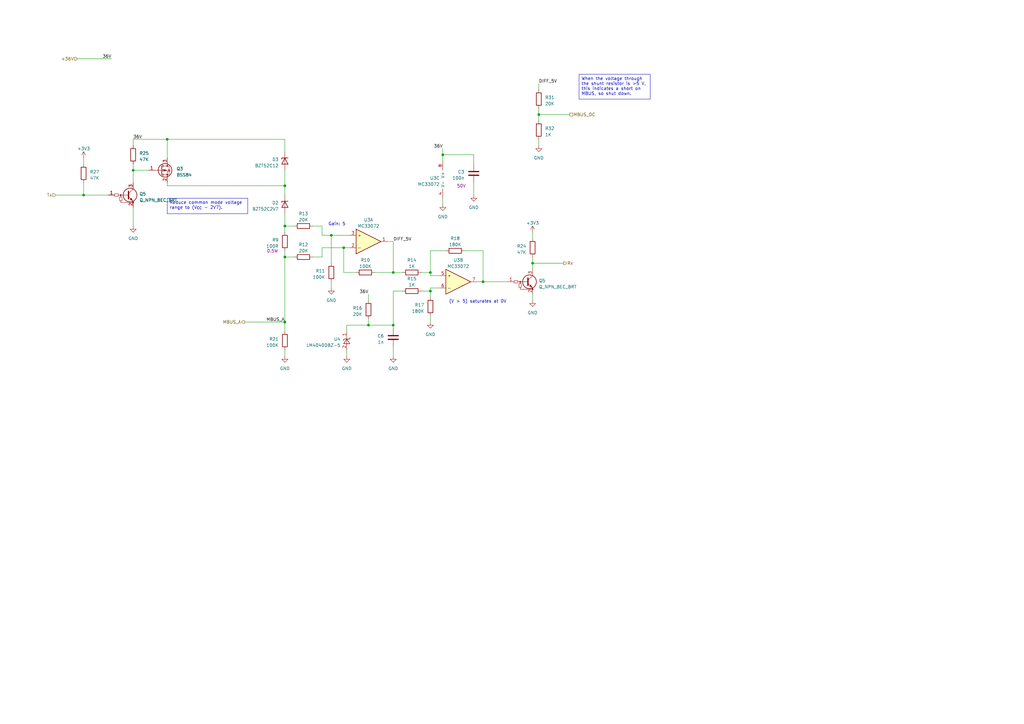
<source format=kicad_sch>
(kicad_sch (version 20230121) (generator eeschema)
  (paper "A3")
  (title_block (title "emonHP") (date "2024-08-11") (rev "0.1-dev") (company "Tilt Ltd / OpenEnergyMonitor") (comment 1 "Creative Commons Attribution-ShareAlike 4.0 License") (comment 2 "Commit: gitrev"))
  (lib_symbols
    (symbol "Device:C" (pin_numbers hide) (pin_names (offset 0.254))
      (property "Reference" "C" (at 0.635 2.54 0))
      (property "Value" "C" (at 0.635 -2.54 0))
      (symbol "C_0_1"
        (polyline (pts (xy -2.032 -0.762) (xy 2.032 -0.762)) (stroke (width 0.508)))
        (polyline (pts (xy -2.032 0.762) (xy 2.032 0.762)) (stroke (width 0.508)))
      )
      (symbol "C_1_1"
        (pin passive line (at 0 3.81 270) (length 2.794) (name "~") (number "1"))
        (pin passive line (at 0 -3.81 90) (length 2.794) (name "~") (number "2"))
      )
    )
    (symbol "Device:Opamp_Dual"
      (property "Reference" "U" (at 0 5.08 0))
      (property "Value" "Opamp_Dual" (at 0 -5.08 0))
      (symbol "Opamp_Dual_1_1"
        (polyline (pts (xy -5.08 5.08) (xy 5.08 0) (xy -5.08 -5.08) (xy -5.08 5.08)) (stroke (width 0.254)) (fill (type background)))
        (pin output line (at 7.62 0 180) (length 2.54) (name "~") (number "1"))
        (pin input line (at -7.62 -2.54 0) (length 2.54) (name "-") (number "2"))
        (pin input line (at -7.62 2.54 0) (length 2.54) (name "+") (number "3"))
      )
      (symbol "Opamp_Dual_2_1"
        (polyline (pts (xy -5.08 5.08) (xy 5.08 0) (xy -5.08 -5.08) (xy -5.08 5.08)) (stroke (width 0.254)) (fill (type background)))
        (pin input line (at -7.62 2.54 0) (length 2.54) (name "+") (number "5"))
        (pin input line (at -7.62 -2.54 0) (length 2.54) (name "-") (number "6"))
        (pin output line (at 7.62 0 180) (length 2.54) (name "~") (number "7"))
      )
      (symbol "Opamp_Dual_3_1"
        (pin power_in line (at -2.54 -7.62 90) (length 3.81) (name "V-") (number "4"))
        (pin power_in line (at -2.54 7.62 270) (length 3.81) (name "V+") (number "8"))
      )
    )
    (symbol "Device:Q_NPN_BEC_BRT" (pin_names hide)
      (property "Reference" "Q" (at 3.81 1.27 0))
      (property "Value" "Q_NPN_BEC_BRT" (at 3.81 -1.27 0))
      (symbol "Q_NPN_BEC_BRT_0_1"
        (rectangle (start -6.35 0.508) (end -4.826 -0.508))
        (rectangle (start -4.318 -2.286) (end -3.302 -0.762))
        (circle (center -3.81 0) (radius 0.254) (fill (type outline)))
        (polyline (pts (xy -3.81 -0.762) (xy -3.81 0)))
        (polyline (pts (xy -0.762 0) (xy -4.826 0)))
        (polyline (pts (xy -0.635 1.524) (xy -0.635 -1.524)) (stroke (width 0.508)))
        (polyline (pts (xy -3.81 -2.286) (xy -3.81 -3.048) (xy 1.27 -3.048)))
        (circle (center 1.27 -3.048) (radius 0.254) (fill (type outline)))
      )
      (symbol "Q_NPN_BEC_BRT_1_1"
        (polyline (pts (xy -0.635 0.635) (xy 1.27 2.54)))
        (polyline (pts (xy -0.635 -0.635) (xy 1.27 -2.54) (xy 1.27 -2.54)))
        (polyline (pts (xy 0 -1.778) (xy 0.508 -1.27) (xy 1.016 -2.286) (xy 0 -1.778) (xy 0 -1.778)) (fill (type outline)))
        (circle (center 0 0) (radius 2.8194) (stroke (width 0.254)))
        (pin input line (at -8.89 0 0) (length 2.54) (name "B") (number "1"))
        (pin passive line (at 1.27 -5.08 90) (length 2.54) (name "E") (number "2"))
        (pin passive line (at 1.27 5.08 270) (length 2.54) (name "C") (number "3"))
      )
    )
    (symbol "Device:R" (pin_numbers hide) (pin_names (offset 0))
      (property "Reference" "R" (at 2.032 0 90))
      (property "Value" "R" (at 0 0 90))
      (symbol "R_0_1"
        (rectangle (start -1.016 -2.54) (end 1.016 2.54) (stroke (width 0.254)))
      )
      (symbol "R_1_1"
        (pin passive line (at 0 3.81 270) (length 1.27) (name "~") (number "1"))
        (pin passive line (at 0 -3.81 90) (length 1.27) (name "~") (number "2"))
      )
    )
    (symbol "Diode:BZT52Bxx" (pin_numbers hide) (pin_names hide)
      (property "Reference" "D" (at 0 2.54 0))
      (property "Value" "BZT52Bxx" (at 0 -2.54 0))
      (symbol "BZT52Bxx_0_1"
        (polyline (pts (xy 1.27 0) (xy -1.27 0)))
        (polyline (pts (xy -1.27 -1.27) (xy -1.27 1.27) (xy -0.762 1.27)) (stroke (width 0.254)))
        (polyline (pts (xy 1.27 -1.27) (xy 1.27 1.27) (xy -1.27 0) (xy 1.27 -1.27)) (stroke (width 0.254)))
      )
      (symbol "BZT52Bxx_1_1"
        (pin passive line (at -3.81 0 0) (length 2.54) (name "K") (number "1"))
        (pin passive line (at 3.81 0 180) (length 2.54) (name "A") (number "2"))
      )
    )
    (symbol "Reference_Voltage:LM4040DBZ-5" (pin_names (offset 0.0254) hide)
      (property "Reference" "U" (at 0 2.54 0))
      (property "Value" "LM4040DBZ-5" (at 0 -3.175 0))
      (symbol "LM4040DBZ-5_0_1"
        (polyline (pts (xy -1.27 0) (xy 0 0) (xy 1.27 0)))
        (polyline (pts (xy -1.27 -1.27) (xy 0.635 0) (xy -1.27 1.27) (xy -1.27 -1.27)) (stroke (width 0.2032)))
        (polyline (pts (xy 0 -1.27) (xy 0.635 -1.27) (xy 0.635 1.27) (xy 1.27 1.27)) (stroke (width 0.2032)))
      )
      (symbol "LM4040DBZ-5_1_1"
        (pin passive line (at 3.81 0 180) (length 2.54) (name "K") (number "1"))
        (pin passive line (at -3.81 0 0) (length 2.54) (name "A") (number "2"))
      )
    )
    (symbol "Transistor_FET:BSS84" (pin_names hide)
      (property "Reference" "Q" (at 5.08 1.905 0))
      (property "Value" "BSS84" (at 5.08 0 0))
      (symbol "BSS84_0_1"
        (polyline (pts (xy 0.254 0) (xy -2.54 0)))
        (polyline (pts (xy 0.254 1.905) (xy 0.254 -1.905)) (stroke (width 0.254)))
        (polyline (pts (xy 0.762 -1.27) (xy 0.762 -2.286)) (stroke (width 0.254)))
        (polyline (pts (xy 0.762 0.508) (xy 0.762 -0.508)) (stroke (width 0.254)))
        (polyline (pts (xy 0.762 2.286) (xy 0.762 1.27)) (stroke (width 0.254)))
        (polyline (pts (xy 2.54 2.54) (xy 2.54 1.778)))
        (polyline (pts (xy 2.54 -2.54) (xy 2.54 0) (xy 0.762 0)))
        (polyline (pts (xy 0.762 1.778) (xy 3.302 1.778) (xy 3.302 -1.778) (xy 0.762 -1.778)))
        (polyline (pts (xy 2.286 0) (xy 1.27 0.381) (xy 1.27 -0.381) (xy 2.286 0)) (fill (type outline)))
        (polyline (pts (xy 2.794 -0.508) (xy 2.921 -0.381) (xy 3.683 -0.381) (xy 3.81 -0.254)))
        (polyline (pts (xy 3.302 -0.381) (xy 2.921 0.254) (xy 3.683 0.254) (xy 3.302 -0.381)))
        (circle (center 1.651 0) (radius 2.794) (stroke (width 0.254)))
        (circle (center 2.54 -1.778) (radius 0.254) (fill (type outline)))
        (circle (center 2.54 1.778) (radius 0.254) (fill (type outline)))
      )
      (symbol "BSS84_1_1"
        (pin input line (at -5.08 0 0) (length 2.54) (name "G") (number "1"))
        (pin passive line (at 2.54 -5.08 90) (length 2.54) (name "S") (number "2"))
        (pin passive line (at 2.54 5.08 270) (length 2.54) (name "D") (number "3"))
      )
    )
    (symbol "power:+3V3" (power) (pin_names (offset 0))
      (property "Value" "+3V3" (at 0 3.556 0))
      (symbol "+3V3_0_1"
        (polyline (pts (xy -0.762 1.27) (xy 0 2.54)))
        (polyline (pts (xy 0 0) (xy 0 2.54)))
        (polyline (pts (xy 0 2.54) (xy 0.762 1.27)))
      )
      (symbol "+3V3_1_1"
        (pin power_in line (at 0 0 90) (length 0) hide (name "+3V3") (number "1"))
      )
    )
    (symbol "power:GND" (power) (pin_names (offset 0))
      (property "Value" "GND" (at 0 -3.81 0))
      (symbol "GND_0_1"
        (polyline (pts (xy 0 0) (xy 0 -1.27) (xy 1.27 -1.27) (xy 0 -2.54) (xy -1.27 -1.27) (xy 0 -1.27)))
      )
      (symbol "GND_1_1"
        (pin power_in line (at 0 0 270) (length 0) hide (name "GND") (number "1"))
      )
    )
  )
  (junction (at 135.89 96.52))
  (junction (at 151.13 133.35))
  (junction (at 176.53 119.38))
  (junction (at 198.12 115.57))
  (junction (at 34.29 80.01))
  (junction (at 218.44 107.95))
  (junction (at 116.84 105.41))
  (junction (at 161.29 133.35))
  (junction (at 176.53 111.76))
  (junction (at 54.61 69.85))
  (junction (at 68.58 57.15))
  (junction (at 116.84 76.2))
  (junction (at 161.29 111.76))
  (junction (at 140.97 101.6))
  (junction (at 116.84 92.71))
  (junction (at 220.98 46.99))
  (junction (at 181.61 63.5))
  (junction (at 116.84 132.08))
  (wire (pts (xy 68.58 57.15) (xy 116.84 57.15)))
  (wire (pts (xy 100.33 132.08) (xy 116.84 132.08)))
  (wire (pts (xy 151.13 130.81) (xy 151.13 133.35)))
  (wire (pts (xy 176.53 102.87) (xy 176.53 111.76)))
  (wire (pts (xy 116.84 76.2) (xy 116.84 80.01)))
  (wire (pts (xy 116.84 69.85) (xy 116.84 76.2)))
  (wire (pts (xy 140.97 101.6) (xy 143.51 101.6)))
  (wire (pts (xy 132.08 101.6) (xy 140.97 101.6)))
  (wire (pts (xy 54.61 69.85) (xy 60.96 69.85)))
  (wire (pts (xy 220.98 44.45) (xy 220.98 46.99)))
  (wire (pts (xy 135.89 96.52) (xy 135.89 107.95)))
  (wire (pts (xy 181.61 81.28) (xy 181.61 83.82)))
  (wire (pts (xy 135.89 115.57) (xy 135.89 118.11)))
  (wire (pts (xy 116.84 105.41) (xy 116.84 132.08)))
  (wire (pts (xy 176.53 113.03) (xy 176.53 111.76)))
  (wire (pts (xy 198.12 102.87) (xy 190.5 102.87)))
  (wire (pts (xy 34.29 74.93) (xy 34.29 80.01)))
  (wire (pts (xy 218.44 120.65) (xy 218.44 123.19)))
  (wire (pts (xy 34.29 80.01) (xy 44.45 80.01)))
  (wire (pts (xy 54.61 69.85) (xy 54.61 74.93)))
  (wire (pts (xy 34.29 64.77) (xy 34.29 67.31)))
  (wire (pts (xy 198.12 115.57) (xy 198.12 102.87)))
  (wire (pts (xy 153.67 111.76) (xy 161.29 111.76)))
  (wire (pts (xy 132.08 105.41) (xy 132.08 101.6)))
  (wire (pts (xy 151.13 133.35) (xy 142.24 133.35)))
  (wire (pts (xy 116.84 102.87) (xy 116.84 105.41)))
  (wire (pts (xy 231.14 107.95) (xy 218.44 107.95)))
  (wire (pts (xy 146.05 111.76) (xy 140.97 111.76)))
  (wire (pts (xy 218.44 105.41) (xy 218.44 107.95)))
  (wire (pts (xy 220.98 57.15) (xy 220.98 59.69)))
  (wire (pts (xy 161.29 119.38) (xy 161.29 133.35)))
  (wire (pts (xy 116.84 143.51) (xy 116.84 146.05)))
  (wire (pts (xy 116.84 87.63) (xy 116.84 92.71)))
  (wire (pts (xy 161.29 99.06) (xy 158.75 99.06)))
  (wire (pts (xy 142.24 143.51) (xy 142.24 146.05)))
  (wire (pts (xy 151.13 120.65) (xy 151.13 123.19)))
  (wire (pts (xy 194.31 63.5) (xy 181.61 63.5)))
  (wire (pts (xy 54.61 67.31) (xy 54.61 69.85)))
  (wire (pts (xy 54.61 59.69) (xy 54.61 57.15)))
  (wire (pts (xy 176.53 129.54) (xy 176.53 132.08)))
  (wire (pts (xy 181.61 63.5) (xy 181.61 66.04)))
  (wire (pts (xy 68.58 76.2) (xy 68.58 74.93)))
  (wire (pts (xy 54.61 57.15) (xy 68.58 57.15)))
  (wire (pts (xy 161.29 142.24) (xy 161.29 146.05)))
  (wire (pts (xy 54.61 85.09) (xy 54.61 92.71)))
  (wire (pts (xy 180.34 118.11) (xy 176.53 118.11)))
  (wire (pts (xy 176.53 111.76) (xy 172.72 111.76)))
  (wire (pts (xy 195.58 115.57) (xy 198.12 115.57)))
  (wire (pts (xy 68.58 76.2) (xy 116.84 76.2)))
  (wire (pts (xy 176.53 119.38) (xy 172.72 119.38)))
  (wire (pts (xy 194.31 67.31) (xy 194.31 63.5)))
  (wire (pts (xy 218.44 107.95) (xy 218.44 110.49)))
  (wire (pts (xy 161.29 111.76) (xy 161.29 99.06)))
  (wire (pts (xy 194.31 74.93) (xy 194.31 80.01)))
  (wire (pts (xy 220.98 34.29) (xy 220.98 36.83)))
  (wire (pts (xy 218.44 95.25) (xy 218.44 97.79)))
  (wire (pts (xy 68.58 57.15) (xy 68.58 64.77)))
  (wire (pts (xy 116.84 92.71) (xy 116.84 95.25)))
  (wire (pts (xy 220.98 46.99) (xy 220.98 49.53)))
  (wire (pts (xy 22.86 80.01) (xy 34.29 80.01)))
  (wire (pts (xy 165.1 111.76) (xy 161.29 111.76)))
  (wire (pts (xy 176.53 118.11) (xy 176.53 119.38)))
  (wire (pts (xy 132.08 96.52) (xy 132.08 92.71)))
  (wire (pts (xy 165.1 119.38) (xy 161.29 119.38)))
  (wire (pts (xy 143.51 96.52) (xy 135.89 96.52)))
  (wire (pts (xy 181.61 60.96) (xy 181.61 63.5)))
  (wire (pts (xy 161.29 133.35) (xy 161.29 134.62)))
  (wire (pts (xy 31.75 24.13) (xy 45.72 24.13)))
  (wire (pts (xy 182.88 102.87) (xy 176.53 102.87)))
  (wire (pts (xy 132.08 92.71) (xy 128.27 92.71)))
  (wire (pts (xy 142.24 135.89) (xy 142.24 133.35)))
  (wire (pts (xy 132.08 105.41) (xy 128.27 105.41)))
  (wire (pts (xy 116.84 57.15) (xy 116.84 62.23)))
  (wire (pts (xy 220.98 46.99) (xy 233.68 46.99)))
  (wire (pts (xy 120.65 92.71) (xy 116.84 92.71)))
  (wire (pts (xy 120.65 105.41) (xy 116.84 105.41)))
  (wire (pts (xy 161.29 133.35) (xy 151.13 133.35)))
  (wire (pts (xy 135.89 96.52) (xy 132.08 96.52)))
  (wire (pts (xy 198.12 115.57) (xy 208.28 115.57)))
  (wire (pts (xy 116.84 132.08) (xy 116.84 135.89)))
  (wire (pts (xy 176.53 119.38) (xy 176.53 121.92)))
  (wire (pts (xy 140.97 111.76) (xy 140.97 101.6)))
  (wire (pts (xy 180.34 113.03) (xy 176.53 113.03)))
  (text_box "When the voltage through the shunt resistor is >5 V, this indicates a short on MBUS, so shut down." (at 237.49 30.48 0) (size 29.21 10.16) (effects (font (size 1.27 1.27)) (justify left top)))
  (text_box "Reduce common mode voltage\nrange to (V_{CC} - 2V7)." (at 68.58 81.28 0) (size 33.02 6.35) (effects (font (size 1.27 1.27)) (justify left top)))
  (text "Gain: 5" (at 134.62 92.71 0) (effects (font (size 1.27 1.27)) (justify left bottom)))
  (text "(V > 5) saturates at 0V" (at 184.15 124.46 0) (effects (font (size 1.27 1.27)) (justify left bottom)))
  (label "36V" (at 181.61 60.96 180))
  (label "36V" (at 151.13 120.65 180))
  (label "MBUS_A" (at 109.22 132.08 0))
  (label "DIFF_5V" (at 220.98 34.29 0))
  (label "36V" (at 54.61 57.15 0))
  (label "36V" (at 45.72 24.13 180))
  (label "DIFF_5V" (at 161.29 99.06 0))
  (hierarchical_label "MBUS_A" (shape output) (at 100.33 132.08 180))
  (hierarchical_label "+36V" (shape input) (at 31.75 24.13 180))
  (hierarchical_label "Rx" (shape output) (at 231.14 107.95 0))
  (hierarchical_label "MBUS_OC" (shape passive) (at 233.68 46.99 0))
  (hierarchical_label "Tx" (shape input) (at 22.86 80.01 180))
  (symbol (lib_id "Device:R") (at 54.61 63.5 0) (unit 1)
    (property "Reference" "R25" (at 57.15 62.865 0) (effects (justify left)))
    (property "Value" "47K" (at 57.15 65.405 0) (effects (justify left)))
    (property "Footprint" "Resistor_SMD:R_0402_1005Metric" (effects hide))
  )
  (symbol (lib_id "Device:R") (at 218.44 101.6 0) (mirror y) (unit 1)
    (property "Reference" "R24" (at 215.9 100.965 0) (effects (justify left)))
    (property "Value" "47K" (at 215.9 103.505 0) (effects (justify left)))
    (property "Footprint" "Resistor_SMD:R_0402_1005Metric" (effects hide))
  )
  (symbol (lib_id "power:GND") (at 54.61 92.71 0) (mirror y) (unit 1)
    (property "Reference" "#PWR028" (effects hide))
    (property "Value" "GND" (at 54.61 97.79 0))
  )
  (symbol (lib_id "power:GND") (at 181.61 83.82 0) (mirror y) (unit 1)
    (property "Reference" "#PWR011" (effects hide))
    (property "Value" "GND" (at 181.61 88.9 0))
  )
  (symbol (lib_id "power:+3V3") (at 34.29 64.77 0) (unit 1)
    (property "Reference" "#PWR029" (effects hide))
    (property "Value" "+3V3" (at 34.29 60.96 0))
  )
  (symbol (lib_id "power:+3V3") (at 218.44 95.25 0) (unit 1)
    (property "Reference" "#PWR039" (effects hide))
    (property "Value" "+3V3" (at 218.44 91.44 0))
  )
  (symbol (lib_id "Device:Q_NPN_BEC_BRT") (at 53.34 80.01 0) (unit 1)
    (property "Reference" "Q5" (at 57.15 79.5528 0) (effects (justify left)))
    (property "Value" "Q_NPN_BEC_BRT" (at 57.15 82.0928 0) (effects (justify left)))
    (property "Footprint" "Package_TO_SOT_SMD:SOT-23" (effects hide))
    (instances (project "emonHP" (path "" (reference "Q5") (unit 1)) (path "" (reference "Q1") (unit 1))))
  )
  (symbol (lib_id "power:GND") (at 142.24 146.05 0) (mirror y) (unit 1)
    (property "Reference" "#PWR017" (effects hide))
    (property "Value" "GND" (at 142.24 151.13 0))
  )
  (symbol (lib_id "Device:R") (at 168.91 111.76 270) (mirror x) (unit 1)
    (property "Reference" "R14" (at 168.91 106.68 90))
    (property "Value" "1K" (at 168.91 109.22 90))
    (property "Footprint" "Resistor_SMD:R_0402_1005Metric" (effects hide))
  )
  (symbol (lib_id "Device:R") (at 116.84 139.7 0) (mirror y) (unit 1)
    (property "Reference" "R21" (at 114.3 139.065 0) (effects (justify left)))
    (property "Value" "100K" (at 114.3 141.605 0) (effects (justify left)))
    (property "Footprint" "Resistor_SMD:R_0402_1005Metric" (effects hide))
  )
  (symbol (lib_id "Device:R") (at 124.46 92.71 270) (mirror x) (unit 1)
    (property "Reference" "R13" (at 124.46 87.63 90))
    (property "Value" "20K" (at 124.46 90.17 90))
    (property "Footprint" "Resistor_SMD:R_0402_1005Metric" (effects hide))
  )
  (symbol (lib_id "Device:Opamp_Dual") (at 151.13 99.06 0) (unit 1)
    (property "Reference" "U3" (at 151.13 90.17 0))
    (property "Value" "MC33072" (at 151.13 92.71 0))
    (property "Footprint" "Package_SO:SOIC-8_3.9x4.9mm_P1.27mm" (effects hide))
  )
  (symbol (lib_id "power:GND") (at 218.44 123.19 0) (mirror y) (unit 1)
    (property "Reference" "#PWR025" (effects hide))
    (property "Value" "GND" (at 218.44 128.27 0))
  )
  (symbol (lib_id "Device:C") (at 161.29 138.43 0) (mirror y) (unit 1)
    (property "Reference" "C6" (at 157.48 137.795 0) (effects (justify left)))
    (property "Value" "1n" (at 157.48 140.335 0) (effects (justify left)))
    (property "Footprint" "Capacitor_SMD:C_0402_1005Metric" (effects hide))
  )
  (symbol (lib_id "Reference_Voltage:LM4040DBZ-5") (at 142.24 139.7 270) (mirror x) (unit 1)
    (property "Reference" "U4" (at 139.7 139.065 90) (effects (justify right)))
    (property "Value" "LM4040DBZ-5" (at 139.7 141.605 90) (effects (justify right)))
    (property "Footprint" "Package_TO_SOT_SMD:SOT-23" (effects hide))
    (property "Datasheet" "http://www.ti.com/lit/ds/symlink/lm4040-n.pdf" (effects hide))
  )
  (symbol (lib_id "Device:R") (at 186.69 102.87 90) (mirror x) (unit 1)
    (property "Reference" "R18" (at 186.69 97.79 90))
    (property "Value" "180K" (at 186.69 100.33 90))
    (property "Footprint" "Resistor_SMD:R_0402_1005Metric" (effects hide))
  )
  (symbol (lib_id "power:GND") (at 176.53 132.08 0) (mirror y) (unit 1)
    (property "Reference" "#PWR019" (effects hide))
    (property "Value" "GND" (at 176.53 137.16 0))
  )
  (symbol (lib_id "power:GND") (at 194.31 80.01 0) (mirror y) (unit 1)
    (property "Reference" "#PWR012" (effects hide))
    (property "Value" "GND" (at 194.31 85.09 0))
  )
  (symbol (lib_id "Device:R") (at 151.13 127 0) (mirror x) (unit 1)
    (property "Reference" "R16" (at 148.59 126.365 0) (effects (justify right)))
    (property "Value" "20K" (at 148.59 128.905 0) (effects (justify right)))
    (property "Footprint" "Resistor_SMD:R_0402_1005Metric" (effects hide))
  )
  (symbol (lib_id "Diode:BZT52Bxx") (at 116.84 66.04 90) (mirror x) (unit 1)
    (property "Reference" "D3" (at 114.3 65.405 90) (effects (justify left)))
    (property "Value" "BZT52C12" (at 114.3 67.945 90) (effects (justify left)))
    (property "Footprint" "Diode_SMD:D_SOD-123F" (effects hide))
    (property "Datasheet" "https://diotec.com/tl_files/diotec/files/pdf/datasheets/bzt52b2v4.pdf" (effects hide))
  )
  (symbol (lib_id "Device:Q_NPN_BEC_BRT") (at 217.17 115.57 0) (unit 1)
    (property "Reference" "Q5" (at 220.98 115.1128 0) (effects (justify left)))
    (property "Value" "Q_NPN_BEC_BRT" (at 220.98 117.6528 0) (effects (justify left)))
    (property "Footprint" "Package_TO_SOT_SMD:SOT-23" (effects hide))
    (instances (project "emonHP" (path "" (reference "Q5") (unit 1)) (path "" (reference "Q4") (unit 1))))
  )
  (symbol (lib_id "Device:R") (at 176.53 125.73 0) (mirror x) (unit 1)
    (property "Reference" "R17" (at 173.99 125.095 0) (effects (justify right)))
    (property "Value" "180K" (at 173.99 127.635 0) (effects (justify right)))
    (property "Footprint" "Resistor_SMD:R_0402_1005Metric" (effects hide))
  )
  (symbol (lib_id "power:GND") (at 220.98 59.69 0) (unit 1)
    (property "Reference" "#PWR052" (effects hide))
    (property "Value" "GND" (at 220.98 64.77 0))
  )
  (symbol (lib_id "Device:R") (at 34.29 71.12 180) (unit 1)
    (property "Reference" "R27" (at 36.83 70.485 0) (effects (justify right)))
    (property "Value" "47K" (at 36.83 73.025 0) (effects (justify right)))
    (property "Footprint" "Resistor_SMD:R_0402_1005Metric" (effects hide))
  )
  (symbol (lib_id "Diode:BZT52Bxx") (at 116.84 83.82 90) (mirror x) (unit 1)
    (property "Reference" "D2" (at 114.3 83.185 90) (effects (justify left)))
    (property "Value" "BZT52C2V7" (at 114.3 85.725 90) (effects (justify left)))
    (property "Footprint" "Diode_SMD:D_SOD-123F" (effects hide))
    (property "Datasheet" "https://diotec.com/tl_files/diotec/files/pdf/datasheets/bzt52b2v4.pdf" (effects hide))
  )
  (symbol (lib_id "Device:R") (at 124.46 105.41 270) (mirror x) (unit 1)
    (property "Reference" "R12" (at 124.46 100.33 90))
    (property "Value" "20K" (at 124.46 102.87 90))
    (property "Footprint" "Resistor_SMD:R_0402_1005Metric" (effects hide))
  )
  (symbol (lib_id "Device:R") (at 135.89 111.76 0) (mirror y) (unit 1)
    (property "Reference" "R11" (at 133.35 111.125 0) (effects (justify left)))
    (property "Value" "100K" (at 133.35 113.665 0) (effects (justify left)))
    (property "Footprint" "Resistor_SMD:R_0402_1005Metric" (effects hide))
  )
  (symbol (lib_id "power:GND") (at 161.29 146.05 0) (mirror y) (unit 1)
    (property "Reference" "#PWR018" (effects hide))
    (property "Value" "GND" (at 161.29 151.13 0))
  )
  (symbol (lib_id "power:GND") (at 116.84 146.05 0) (mirror y) (unit 1)
    (property "Reference" "#PWR024" (effects hide))
    (property "Value" "GND" (at 116.84 151.13 0))
  )
  (symbol (lib_id "Device:Opamp_Dual") (at 179.07 73.66 0) (mirror y) (unit 3)
    (property "Reference" "U3" (at 180.34 73.025 0) (effects (justify left)))
    (property "Value" "MC33072" (at 180.34 75.565 0) (effects (justify left)))
    (property "Footprint" "Package_SO:SOIC-8_3.9x4.9mm_P1.27mm" (effects hide))
  )
  (symbol (lib_id "Device:C") (at 194.31 71.12 0) (mirror y) (unit 1)
    (property "Reference" "C3" (at 190.5 70.485 0) (effects (justify left)))
    (property "Value" "100n" (at 190.5 73.025 0) (effects (justify left)))
    (property "Footprint" "Capacitor_SMD:C_0402_1005Metric" (effects hide))
    (property "Voltage" "50V" (at 189.23 76.2 0))
  )
  (symbol (lib_id "Device:R") (at 116.84 99.06 0) (mirror y) (unit 1)
    (property "Reference" "R9" (at 114.3 98.425 0) (effects (justify left)))
    (property "Value" "100R" (at 114.3 100.965 0) (effects (justify left)))
    (property "Footprint" "Resistor_SMD:R_0805_2012Metric" (effects hide))
    (property "Manufacturer" "Panasonic" (effects hide))
    (property "MPN" "ERJ-P06J101V" (effects hide))
    (property "Mouser" "667-ERJ-P06J101V" (effects hide))
    (property "Power" "0.5W" (at 111.76 102.87 0))
  )
  (symbol (lib_id "Device:R") (at 220.98 40.64 0) (unit 1)
    (property "Reference" "R31" (at 223.52 40.005 0) (effects (justify left)))
    (property "Value" "20K" (at 223.52 42.545 0) (effects (justify left)))
    (property "Footprint" "Resistor_SMD:R_0402_1005Metric" (effects hide))
  )
  (symbol (lib_id "Device:R") (at 220.98 53.34 0) (unit 1)
    (property "Reference" "R32" (at 223.52 52.705 0) (effects (justify left)))
    (property "Value" "1K" (at 223.52 55.245 0) (effects (justify left)))
    (property "Footprint" "Resistor_SMD:R_0402_1005Metric" (effects hide))
  )
  (symbol (lib_id "Device:R") (at 149.86 111.76 90) (mirror x) (unit 1)
    (property "Reference" "R10" (at 149.86 106.68 90))
    (property "Value" "100K" (at 149.86 109.22 90))
    (property "Footprint" "Resistor_SMD:R_0402_1005Metric" (effects hide))
  )
  (symbol (lib_id "Device:Opamp_Dual") (at 187.96 115.57 0) (unit 2)
    (property "Reference" "U3" (at 187.96 106.68 0))
    (property "Value" "MC33072" (at 187.96 109.22 0))
    (property "Footprint" "Package_SO:SOIC-8_3.9x4.9mm_P1.27mm" (effects hide))
  )
  (symbol (lib_id "power:GND") (at 135.89 118.11 0) (mirror y) (unit 1)
    (property "Reference" "#PWR016" (effects hide))
    (property "Value" "GND" (at 135.89 123.19 0))
  )
  (symbol (lib_id "Device:R") (at 168.91 119.38 270) (mirror x) (unit 1)
    (property "Reference" "R15" (at 168.91 114.3 90))
    (property "Value" "1K" (at 168.91 116.84 90))
    (property "Footprint" "Resistor_SMD:R_0402_1005Metric" (effects hide))
  )
  (symbol (lib_id "Transistor_FET:BSS84") (at 66.04 69.85 0) (unit 1)
    (property "Reference" "Q3" (at 72.39 69.215 0) (effects (justify left)))
    (property "Value" "BSS84" (at 72.39 71.755 0) (effects (justify left)))
    (property "Footprint" "Package_TO_SOT_SMD:SOT-23" (effects hide))
    (property "Datasheet" "http://assets.nexperia.com/documents/data-sheet/BSS84.pdf" (effects hide))
  )
)
</source>
